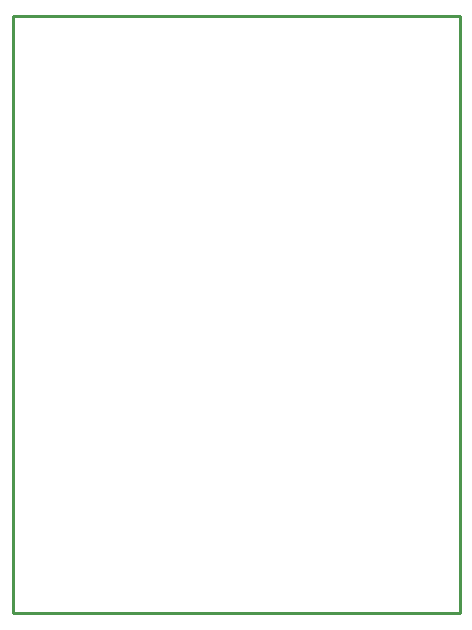
<source format=gko>
G04 Layer_Color=16711935*
%FSAX24Y24*%
%MOIN*%
G70*
G01*
G75*
%ADD16C,0.0100*%
D16*
X000050Y000050D02*
Y019950D01*
X014950D01*
Y000050D02*
Y019950D01*
X000050Y000050D02*
X014950D01*
M02*

</source>
